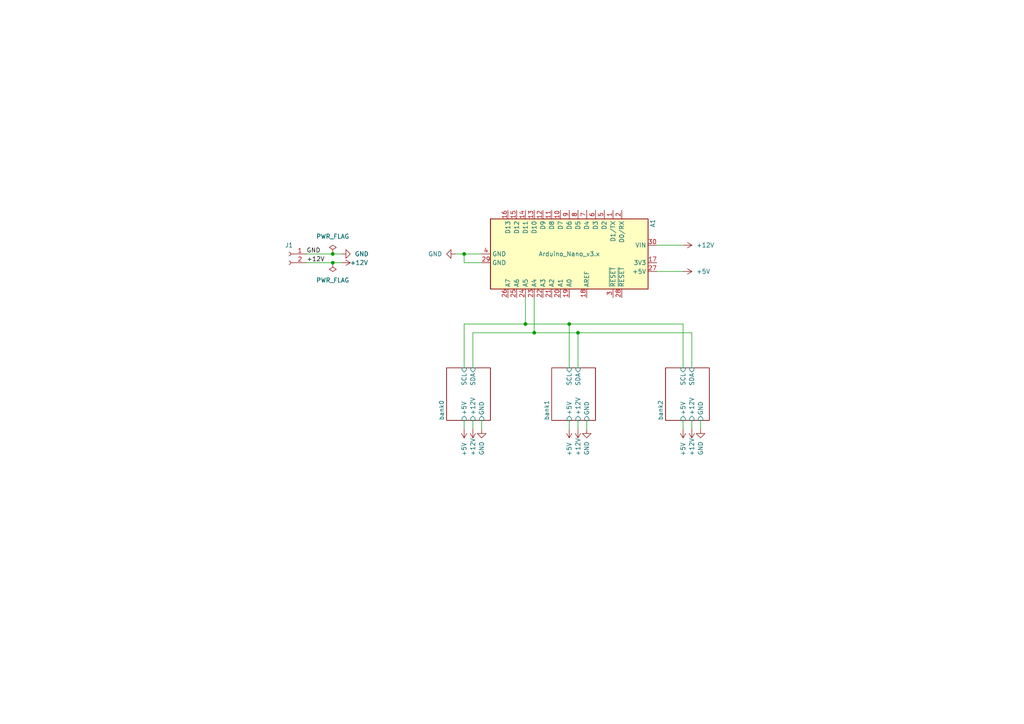
<source format=kicad_sch>
(kicad_sch (version 20211123) (generator eeschema)
  (paper "A4")
  (title_block (title "ANDYVISION Button Controller") (date "2/15/2023") (rev "2.0"))
  (lib_symbols
    (symbol "Connector:Conn_01x02_Female" (pin_names (offset 1.016) hide)
      (property "Reference" "J" (at 0 2.54 0))
      (property "Value" "Conn_01x02_Female" (at 0 -5.08 0))
      (symbol "Conn_01x02_Female_1_1"
        (arc (start 0 -2.032) (mid -0.508 -2.54) (end 0 -3.048) (stroke (width 0.1524)))
        (polyline (pts (xy -1.27 -2.54) (xy -0.508 -2.54)) (stroke (width 0.1524)))
        (polyline (pts (xy -1.27 0) (xy -0.508 0)) (stroke (width 0.1524)))
        (arc (start 0 0.508) (mid -0.508 0) (end 0 -0.508) (stroke (width 0.1524)))
        (pin passive line (at -5.08 0 0) (length 3.81) (name "Pin_1") (number "1"))
        (pin passive line (at -5.08 -2.54 0) (length 3.81) (name "Pin_2") (number "2"))
      )
    )
    (symbol "MCU_Module:Arduino_Nano_v3.x"
      (property "Reference" "A" (at -10.16 23.495 0))
      (property "Value" "Arduino_Nano_v3.x" (at 5.08 -24.13 0))
      (symbol "Arduino_Nano_v3.x_0_1"
        (rectangle (start -10.16 22.86) (end 10.16 -22.86) (stroke (width 0.254)) (fill (type background)))
      )
      (symbol "Arduino_Nano_v3.x_1_1"
        (pin bidirectional line (at -12.7 12.7 0) (length 2.54) (name "D1/TX") (number "1"))
        (pin bidirectional line (at -12.7 -2.54 0) (length 2.54) (name "D7") (number "10"))
        (pin bidirectional line (at -12.7 -5.08 0) (length 2.54) (name "D8") (number "11"))
        (pin bidirectional line (at -12.7 -7.62 0) (length 2.54) (name "D9") (number "12"))
        (pin bidirectional line (at -12.7 -10.16 0) (length 2.54) (name "D10") (number "13"))
        (pin bidirectional line (at -12.7 -12.7 0) (length 2.54) (name "D11") (number "14"))
        (pin bidirectional line (at -12.7 -15.24 0) (length 2.54) (name "D12") (number "15"))
        (pin bidirectional line (at -12.7 -17.78 0) (length 2.54) (name "D13") (number "16"))
        (pin power_out line (at 2.54 25.4 270) (length 2.54) (name "3V3") (number "17"))
        (pin input line (at 12.7 5.08 180) (length 2.54) (name "AREF") (number "18"))
        (pin bidirectional line (at 12.7 0 180) (length 2.54) (name "A0") (number "19"))
        (pin bidirectional line (at -12.7 15.24 0) (length 2.54) (name "D0/RX") (number "2"))
        (pin bidirectional line (at 12.7 -2.54 180) (length 2.54) (name "A1") (number "20"))
        (pin bidirectional line (at 12.7 -5.08 180) (length 2.54) (name "A2") (number "21"))
        (pin bidirectional line (at 12.7 -7.62 180) (length 2.54) (name "A3") (number "22"))
        (pin bidirectional line (at 12.7 -10.16 180) (length 2.54) (name "A4") (number "23"))
        (pin bidirectional line (at 12.7 -12.7 180) (length 2.54) (name "A5") (number "24"))
        (pin bidirectional line (at 12.7 -15.24 180) (length 2.54) (name "A6") (number "25"))
        (pin bidirectional line (at 12.7 -17.78 180) (length 2.54) (name "A7") (number "26"))
        (pin power_out line (at 5.08 25.4 270) (length 2.54) (name "+5V") (number "27"))
        (pin input line (at 12.7 15.24 180) (length 2.54) (name "~{RESET}") (number "28"))
        (pin power_in line (at 2.54 -25.4 90) (length 2.54) (name "GND") (number "29"))
        (pin input line (at 12.7 12.7 180) (length 2.54) (name "~{RESET}") (number "3"))
        (pin power_in line (at -2.54 25.4 270) (length 2.54) (name "VIN") (number "30"))
        (pin power_in line (at 0 -25.4 90) (length 2.54) (name "GND") (number "4"))
        (pin bidirectional line (at -12.7 10.16 0) (length 2.54) (name "D2") (number "5"))
        (pin bidirectional line (at -12.7 7.62 0) (length 2.54) (name "D3") (number "6"))
        (pin bidirectional line (at -12.7 5.08 0) (length 2.54) (name "D4") (number "7"))
        (pin bidirectional line (at -12.7 2.54 0) (length 2.54) (name "D5") (number "8"))
        (pin bidirectional line (at -12.7 0 0) (length 2.54) (name "D6") (number "9"))
      )
    )
    (symbol "power:+12V" (power) (pin_names (offset 0))
      (property "Value" "+12V" (at 0 3.556 0))
      (symbol "+12V_0_1"
        (polyline (pts (xy -0.762 1.27) (xy 0 2.54)))
        (polyline (pts (xy 0 0) (xy 0 2.54)))
        (polyline (pts (xy 0 2.54) (xy 0.762 1.27)))
      )
      (symbol "+12V_1_1"
        (pin power_in line (at 0 0 90) (length 0) hide (name "+12V") (number "1"))
      )
    )
    (symbol "power:+5V" (power) (pin_names (offset 0))
      (property "Value" "+5V" (at 0 3.556 0))
      (symbol "+5V_0_1"
        (polyline (pts (xy -0.762 1.27) (xy 0 2.54)))
        (polyline (pts (xy 0 0) (xy 0 2.54)))
        (polyline (pts (xy 0 2.54) (xy 0.762 1.27)))
      )
      (symbol "+5V_1_1"
        (pin power_in line (at 0 0 90) (length 0) hide (name "+5V") (number "1"))
      )
    )
    (symbol "power:GND" (power) (pin_names (offset 0))
      (property "Value" "GND" (at 0 -3.81 0))
      (symbol "GND_0_1"
        (polyline (pts (xy 0 0) (xy 0 -1.27) (xy 1.27 -1.27) (xy 0 -2.54) (xy -1.27 -1.27) (xy 0 -1.27)))
      )
      (symbol "GND_1_1"
        (pin power_in line (at 0 0 270) (length 0) hide (name "GND") (number "1"))
      )
    )
    (symbol "power:PWR_FLAG" (power) (pin_numbers hide) (pin_names (offset 0) hide)
      (property "Value" "PWR_FLAG" (at 0 3.81 0))
      (symbol "PWR_FLAG_0_0"
        (pin power_out line (at 0 0 90) (length 0) (name "pwr") (number "1"))
      )
      (symbol "PWR_FLAG_0_1"
        (polyline (pts (xy 0 0) (xy 0 1.27) (xy -1.016 1.905) (xy 0 2.54) (xy 1.016 1.905) (xy 0 1.27)))
      )
    )
  )
  (junction (at 167.64 96.52))
  (junction (at 154.94 96.52))
  (junction (at 165.1 93.98))
  (junction (at 134.62 73.66))
  (junction (at 96.52 76.2))
  (junction (at 152.4 93.98))
  (junction (at 96.52 73.66))
  (wire (pts (xy 137.16 124.46) (xy 137.16 121.92)))
  (wire (pts (xy 200.66 96.52) (xy 200.66 106.68)))
  (wire (pts (xy 198.12 93.98) (xy 198.12 106.68)))
  (wire (pts (xy 137.16 106.68) (xy 137.16 96.52)))
  (wire (pts (xy 198.12 71.12) (xy 190.5 71.12)))
  (wire (pts (xy 139.7 76.2) (xy 134.62 76.2)))
  (wire (pts (xy 198.12 124.46) (xy 198.12 121.92)))
  (wire (pts (xy 154.94 96.52) (xy 167.64 96.52)))
  (wire (pts (xy 152.4 86.36) (xy 152.4 93.98)))
  (wire (pts (xy 165.1 124.46) (xy 165.1 121.92)))
  (wire (pts (xy 96.52 73.66) (xy 99.06 73.66)))
  (wire (pts (xy 167.64 96.52) (xy 167.64 106.68)))
  (wire (pts (xy 132.08 73.66) (xy 134.62 73.66)))
  (wire (pts (xy 167.64 96.52) (xy 200.66 96.52)))
  (wire (pts (xy 134.62 76.2) (xy 134.62 73.66)))
  (wire (pts (xy 167.64 124.46) (xy 167.64 121.92)))
  (wire (pts (xy 190.5 78.74) (xy 198.12 78.74)))
  (wire (pts (xy 139.7 124.46) (xy 139.7 121.92)))
  (wire (pts (xy 200.66 124.46) (xy 200.66 121.92)))
  (wire (pts (xy 96.52 76.2) (xy 99.06 76.2)))
  (wire (pts (xy 154.94 86.36) (xy 154.94 96.52)))
  (wire (pts (xy 137.16 96.52) (xy 154.94 96.52)))
  (wire (pts (xy 152.4 93.98) (xy 165.1 93.98)))
  (wire (pts (xy 88.9 76.2) (xy 96.52 76.2)))
  (wire (pts (xy 134.62 93.98) (xy 134.62 106.68)))
  (wire (pts (xy 165.1 93.98) (xy 198.12 93.98)))
  (wire (pts (xy 134.62 73.66) (xy 139.7 73.66)))
  (wire (pts (xy 165.1 93.98) (xy 165.1 106.68)))
  (wire (pts (xy 203.2 124.46) (xy 203.2 121.92)))
  (wire (pts (xy 170.18 124.46) (xy 170.18 121.92)))
  (wire (pts (xy 88.9 73.66) (xy 96.52 73.66)))
  (wire (pts (xy 134.62 124.46) (xy 134.62 121.92)))
  (wire (pts (xy 152.4 93.98) (xy 134.62 93.98)))
  (label "GND" (at 88.9 73.66 0))
  (label "+12V" (at 88.9 76.2 0))
  (symbol (lib_id "power:GND") (at 203.2 124.46 0) (unit 1)
    (property "Reference" "#PWR014" (effects hide))
    (property "Value" "GND" (at 203.2 132.08 90) (effects (justify left)))
  )
  (symbol (lib_id "power:+5V") (at 134.62 124.46 180) (unit 1)
    (property "Reference" "#PWR04" (effects hide))
    (property "Value" "+5V" (at 134.6201 128.27 90) (effects (justify left)))
  )
  (symbol (lib_id "Connector:Conn_01x02_Female") (at 83.82 73.66 0) (mirror y) (unit 1)
    (property "Reference" "J1" (at 83.82 71.12 0))
    (property "Value" "Conn_01x02_Female" (effects hide))
    (property "Footprint" "Connector_JST:JST_XH_B2B-XH-A_1x02_P2.50mm_Vertical" (effects hide))
  )
  (symbol (lib_id "power:+12V") (at 167.64 124.46 180) (unit 1)
    (property "Reference" "#PWR08" (effects hide))
    (property "Value" "+12V" (at 167.64 127 90) (effects (justify left)))
  )
  (symbol (lib_id "power:+12V") (at 99.06 76.2 270) (mirror x) (unit 1)
    (property "Reference" "#PWR02" (effects hide))
    (property "Value" "+12V" (at 104.14 76.2 90))
  )
  (symbol (lib_id "power:GND") (at 99.06 73.66 90) (unit 1)
    (property "Reference" "#PWR01" (effects hide))
    (property "Value" "GND" (at 102.87 73.6599 90) (effects (justify right)))
  )
  (symbol (lib_id "MCU_Module:Arduino_Nano_v3.x") (at 165.1 73.66 270) (unit 1)
    (property "Reference" "A1" (at 188.595 63.5 0) (effects (justify left bottom)))
    (property "Value" "Arduino_Nano_v3.x" (at 165.1 73.66 90))
    (property "Footprint" "Module:Arduino_Nano" (effects hide))
    (property "Datasheet" "http://www.mouser.com/pdfdocs/Gravitech_Arduino_Nano3_0.pdf" (effects hide))
  )
  (symbol (lib_id "power:+12V") (at 200.66 124.46 180) (unit 1)
    (property "Reference" "#PWR013" (effects hide))
    (property "Value" "+12V" (at 200.66 127 90) (effects (justify left)))
  )
  (symbol (lib_id "power:+5V") (at 198.12 124.46 180) (unit 1)
    (property "Reference" "#PWR012" (effects hide))
    (property "Value" "+5V" (at 198.1201 128.27 90) (effects (justify left)))
  )
  (symbol (lib_id "power:PWR_FLAG") (at 96.52 73.66 0) (unit 1)
    (property "Reference" "#FLG01" (effects hide))
    (property "Value" "PWR_FLAG" (at 96.52 68.58 0))
  )
  (symbol (lib_id "power:+12V") (at 137.16 124.46 180) (unit 1)
    (property "Reference" "#PWR05" (effects hide))
    (property "Value" "+12V" (at 137.16 127 90) (effects (justify left)))
  )
  (symbol (lib_id "power:GND") (at 139.7 124.46 0) (unit 1)
    (property "Reference" "#PWR06" (effects hide))
    (property "Value" "GND" (at 139.7 132.08 90) (effects (justify left)))
  )
  (symbol (lib_id "power:+12V") (at 198.12 71.12 270) (unit 1)
    (property "Reference" "#PWR010" (effects hide))
    (property "Value" "+12V" (at 201.93 71.1199 90) (effects (justify left)))
  )
  (symbol (lib_id "power:PWR_FLAG") (at 96.52 76.2 0) (mirror x) (unit 1)
    (property "Reference" "#FLG02" (effects hide))
    (property "Value" "PWR_FLAG" (at 96.52 81.28 0))
  )
  (symbol (lib_id "power:+5V") (at 198.12 78.74 270) (unit 1)
    (property "Reference" "#PWR011" (effects hide))
    (property "Value" "+5V" (at 201.93 78.7399 90) (effects (justify left)))
  )
  (symbol (lib_id "power:+5V") (at 165.1 124.46 180) (unit 1)
    (property "Reference" "#PWR07" (effects hide))
    (property "Value" "+5V" (at 165.1001 128.27 90) (effects (justify left)))
  )
  (symbol (lib_id "power:GND") (at 170.18 124.46 0) (unit 1)
    (property "Reference" "#PWR09" (effects hide))
    (property "Value" "GND" (at 170.18 132.08 90) (effects (justify left)))
  )
  (symbol (lib_id "power:GND") (at 132.08 73.66 270) (unit 1)
    (property "Reference" "#PWR03" (effects hide))
    (property "Value" "GND" (at 128.27 73.6599 90) (effects (justify right)))
  )
  (sheet (at 193.04 106.68) (size 12.7 15.24) (stroke (width 0.1524))
    (property "Sheet name" "bank2" (at 192.3284 121.92 90) (effects (justify left bottom)))
    (property "Sheet file" "bank.kicad_sch" (effects hide))
    (pin "SDA" input (at 200.66 106.68 90))
    (pin "+5V" input (at 198.12 121.92 270))
    (pin "SCL" input (at 198.12 106.68 90))
    (pin "+12V" input (at 200.66 121.92 270))
    (pin "GND" input (at 203.2 121.92 270))
  )
  (sheet (at 160.02 106.68) (size 12.7 15.24) (stroke (width 0.1524))
    (property "Sheet name" "bank1" (at 159.3084 121.92 90) (effects (justify left bottom)))
    (property "Sheet file" "bank.kicad_sch" (effects hide))
    (pin "SDA" input (at 167.64 106.68 90))
    (pin "+5V" input (at 165.1 121.92 270))
    (pin "SCL" input (at 165.1 106.68 90))
    (pin "+12V" input (at 167.64 121.92 270))
    (pin "GND" input (at 170.18 121.92 270))
  )
  (sheet (at 129.54 106.68) (size 12.7 15.24) (stroke (width 0.1524))
    (property "Sheet name" "bank0" (at 128.8284 121.92 90) (effects (justify left bottom)))
    (property "Sheet file" "bank.kicad_sch" (effects hide))
    (pin "SDA" input (at 137.16 106.68 90))
    (pin "+5V" input (at 134.62 121.92 270))
    (pin "SCL" input (at 134.62 106.68 90))
    (pin "+12V" input (at 137.16 121.92 270))
    (pin "GND" input (at 139.7 121.92 270))
  )
)
</source>
